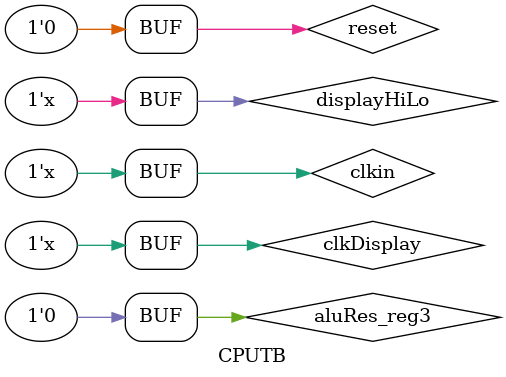
<source format=v>
`timescale 1ns / 1ps
module CPUTB ();
    reg clkin;
	reg clkDisplay;
    reg reset;
	reg aluRes_reg3;
	reg displayHiLo;
	wire[3:0] bitSel;
	wire[6:0] segSel;

CPU u_CPU(
	//ports
	.clkin  		( clkin  		),
    .clkDisplay(clkDisplay),
	.reset  		( reset  		),
    .aluRes_reg3 (aluRes_reg3),
    .displayHiLo(displayHiLo),
    .bitSel(bitSel),
    .segSel(segSel)
);

initial begin
    reset = 1;
    clkin = 1;
    clkDisplay = 0;
    aluRes_reg3 = 0;
    displayHiLo = 0;
    #100
    reset = 0;
end

always begin
    #200
    clkin = !clkin;
end

always begin
    #100
    displayHiLo = ~displayHiLo;
end

always begin
    #1
    clkDisplay = !clkDisplay;
end

endmodule
</source>
